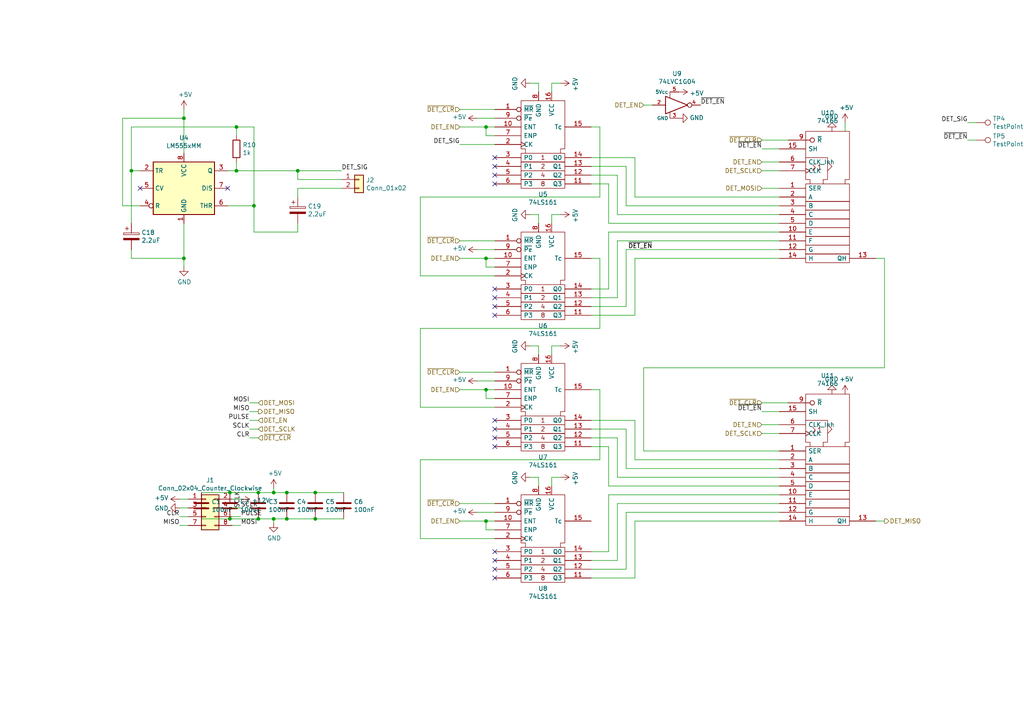
<source format=kicad_sch>
(kicad_sch (version 20200512) (host eeschema "5.99.0-unknown-ad88874~101~ubuntu20.04.1")
  (page 1 1)
  (paper "A4")
  (lib_symbols
    (symbol "74xx_IEEE:74166" (pin_names (offset 0.762))
      (property "Reference" "U" (at 8.89 17.78 0))
      (property "Value" "74166" (at 7.62 -22.86 0))
      (symbol "74166_0_0"
        (text "1" (at -2.286 6.096 0) (effects (font (size 1.524 1.524))))
        (rectangle (start -6.35 -19.05) (end -6.35 -19.05))
        (rectangle (start -6.35 -19.05) (end 6.35 -21.59))
        (rectangle (start -6.35 -16.51) (end 6.35 -19.05))
        (rectangle (start -6.35 -13.97) (end 6.35 -16.51))
        (rectangle (start -6.35 -11.43) (end 6.35 -13.97))
        (rectangle (start -6.35 -8.89) (end 6.35 -11.43))
        (rectangle (start -6.35 -6.35) (end 6.35 -8.89))
        (rectangle (start -6.35 -3.81) (end 6.35 -6.35))
        (rectangle (start -6.35 1.27) (end 6.35 -3.81))
        (polyline (pts (xy -4.318 5.08) (xy -3.556 5.842) (xy -3.556 5.842)))
        (polyline (pts (xy -4.318 6.858) (xy -3.556 6.096) (xy -4.318 5.334) (xy -4.318 5.334)))
        (polyline (pts (xy 0 7.62) (xy 1.27 6.35) (xy 0 5.08) (xy 0 5.08)))
        (polyline (pts (xy -6.35 8.89) (xy 0 8.89) (xy 0 2.54) (xy -1.27 2.54) (xy -1.27 1.27) (xy -1.27 1.27)))
        (polyline (pts (xy -5.08 1.27) (xy -5.08 2.54) (xy -6.35 2.54) (xy -6.35 16.51) (xy 6.35 16.51) (xy 6.35 2.54) (xy 5.08 2.54) (xy 5.08 1.27) (xy 5.08 1.27)))
      )
      (symbol "74166_0_1"
        (pin power_in line (at 1.27 16.51 270) (length 0) (name "GND") (number "8") hide)
      )
      (symbol "74166_1_1"
        (pin input line (at -13.97 0 0) (length 7.62) (name "SER") (number "1"))
        (pin input line (at -13.97 -12.7 0) (length 7.62) (name "E") (number "10"))
        (pin input line (at -13.97 -15.24 0) (length 7.62) (name "F") (number "11"))
        (pin input line (at -13.97 -17.78 0) (length 7.62) (name "G") (number "12"))
        (pin tri_state line (at 13.97 -20.32 180) (length 7.62) (name "QH") (number "13"))
        (pin input line (at -13.97 -20.32 0) (length 7.62) (name "H") (number "14"))
        (pin input line (at -13.97 11.43 0) (length 7.62) (name "SH") (number "15"))
        (pin power_in line (at 5.08 16.51 270) (length 0) (name "VCC") (number "16") hide)
        (pin input line (at -13.97 -2.54 0) (length 7.62) (name "A") (number "2"))
        (pin input line (at -13.97 -5.08 0) (length 7.62) (name "B") (number "3"))
        (pin input line (at -13.97 -7.62 0) (length 7.62) (name "C") (number "4"))
        (pin input line (at -13.97 -10.16 0) (length 7.62) (name "D") (number "5"))
        (pin input line (at -13.97 7.62 0) (length 7.62) (name "CLK_Inh") (number "6"))
        (pin input clock (at -13.97 5.08 0) (length 7.62) (name "CLK") (number "7"))
        (pin input inverted (at -11.43 13.97 0) (length 7.62) (name "~R") (number "9"))
      )
    )
    (symbol "Connector:TestPoint" (pin_numbers hide) (pin_names (offset 0.762) hide)
      (property "Reference" "TP" (at 0 6.858 0))
      (property "Value" "TestPoint" (at 0 5.08 0))
      (symbol "TestPoint_0_1"
        (circle (center 0 3.302) (radius 0.762))
      )
      (symbol "TestPoint_1_1"
        (pin passive line (at 0 0 90) (length 2.54) (name "1") (number "1"))
      )
    )
    (symbol "Connector_Generic:Conn_01x02" (pin_names hide)
      (property "Reference" "J" (at 0 2.54 0))
      (property "Value" "Conn_01x02" (at 0 -5.08 0))
      (symbol "Conn_01x02_1_1"
        (rectangle (start -1.27 -2.413) (end 0 -2.667))
        (rectangle (start -1.27 0.127) (end 0 -0.127))
        (rectangle (start -1.27 1.27) (end 1.27 -3.81) (stroke (width 0.254)) (fill (type background)))
        (pin passive line (at -5.08 0 0) (length 3.81) (name "Pin_1") (number "1"))
        (pin passive line (at -5.08 -2.54 0) (length 3.81) (name "Pin_2") (number "2"))
      )
    )
    (symbol "Connector_Generic:Conn_02x04_Odd_Even" (pin_names hide)
      (property "Reference" "J" (at 1.27 5.08 0))
      (property "Value" "Conn_02x04_Odd_Even" (at 1.27 -7.62 0))
      (symbol "Conn_02x04_Odd_Even_1_1"
        (rectangle (start -1.27 -4.953) (end 0 -5.207))
        (rectangle (start -1.27 -2.413) (end 0 -2.667))
        (rectangle (start -1.27 2.667) (end 0 2.413))
        (rectangle (start -1.27 3.81) (end 3.81 -6.35) (stroke (width 0.254)) (fill (type background)))
        (rectangle (start -1.27 0.127) (end 0 -0.127))
        (rectangle (start 3.81 -4.953) (end 2.54 -5.207))
        (rectangle (start 3.81 -2.413) (end 2.54 -2.667))
        (rectangle (start 3.81 2.667) (end 2.54 2.413))
        (rectangle (start 3.81 0.127) (end 2.54 -0.127))
        (pin passive line (at -5.08 2.54 0) (length 3.81) (name "Pin_1") (number "1"))
        (pin passive line (at 7.62 2.54 180) (length 3.81) (name "Pin_2") (number "2"))
        (pin passive line (at -5.08 0 0) (length 3.81) (name "Pin_3") (number "3"))
        (pin passive line (at 7.62 0 180) (length 3.81) (name "Pin_4") (number "4"))
        (pin passive line (at -5.08 -2.54 0) (length 3.81) (name "Pin_5") (number "5"))
        (pin passive line (at 7.62 -2.54 180) (length 3.81) (name "Pin_6") (number "6"))
        (pin passive line (at -5.08 -5.08 0) (length 3.81) (name "Pin_7") (number "7"))
        (pin passive line (at 7.62 -5.08 180) (length 3.81) (name "Pin_8") (number "8"))
      )
    )
    (symbol "Device:C" (pin_numbers hide) (pin_names (offset 0.254))
      (property "Reference" "C" (at 0.635 2.54 0))
      (property "Value" "C" (at 0.635 -2.54 0))
      (symbol "C_0_1"
        (polyline (pts (xy -2.032 -0.762) (xy 2.032 -0.762)) (stroke (width 0.508)))
        (polyline (pts (xy -2.032 0.762) (xy 2.032 0.762)) (stroke (width 0.508)))
      )
      (symbol "C_1_1"
        (pin passive line (at 0 3.81 270) (length 2.794) (name "~") (number "1"))
        (pin passive line (at 0 -3.81 90) (length 2.794) (name "~") (number "2"))
      )
    )
    (symbol "Device:CP" (pin_numbers hide) (pin_names (offset 0.254))
      (property "Reference" "C" (at 0.635 2.54 0))
      (property "Value" "CP" (at 0.635 -2.54 0))
      (symbol "CP_0_1"
        (rectangle (start -2.286 0.508) (end 2.286 1.016))
        (rectangle (start 2.286 -0.508) (end -2.286 -1.016) (fill (type outline)))
        (polyline (pts (xy -1.778 2.286) (xy -0.762 2.286)))
        (polyline (pts (xy -1.27 2.794) (xy -1.27 1.778)))
      )
      (symbol "CP_1_1"
        (pin passive line (at 0 3.81 270) (length 2.794) (name "~") (number "1"))
        (pin passive line (at 0 -3.81 90) (length 2.794) (name "~") (number "2"))
      )
    )
    (symbol "Device:R" (pin_numbers hide) (pin_names (offset 0))
      (property "Reference" "R" (at 2.032 0 90))
      (property "Value" "R" (at 0 0 90))
      (symbol "R_0_1"
        (rectangle (start -1.016 -2.54) (end 1.016 2.54) (stroke (width 0.254)))
      )
      (symbol "R_1_1"
        (pin passive line (at 0 3.81 270) (length 1.27) (name "~") (number "1"))
        (pin passive line (at 0 -3.81 90) (length 1.27) (name "~") (number "2"))
      )
    )
    (symbol "JBC_74XX:74LS161" (pin_names (offset 0.762))
      (property "Reference" "U" (at 8.89 13.335 0))
      (property "Value" "74LS161" (at 12.065 2.54 0))
      (symbol "74LS161_0_0"
        (text "1" (at 0 -2.54 0) (effects (font (size 1.27 1.27))))
        (text "2" (at 0 -5.08 0) (effects (font (size 1.27 1.27))))
        (text "4" (at 0 -7.62 0) (effects (font (size 1.27 1.27))))
        (text "8" (at 0 -10.16 0) (effects (font (size 1.27 1.27))))
        (rectangle (start -6.35 -8.89) (end 6.35 -11.43))
        (rectangle (start -6.35 -6.35) (end 6.35 -8.89))
        (rectangle (start -6.35 -3.81) (end 6.35 -6.35))
        (rectangle (start -6.35 -1.27) (end 6.35 -3.81))
        (polyline (pts (xy -5.08 -1.27) (xy -5.08 0) (xy -6.35 0) (xy -6.35 13.97) (xy 6.35 13.97) (xy 6.35 0) (xy 5.08 0) (xy 5.08 -1.27) (xy 5.08 -1.27)))
        (pin power_in line (at 2.54 16.51 270) (length 2.54) (name "VCC") (number "16"))
        (pin power_in line (at -1.27 16.51 270) (length 2.54) (name "GND") (number "8"))
      )
      (symbol "74LS161_1_1"
        (pin input inverted (at -13.97 11.43 0) (length 7.62) (name "~MR") (number "1"))
        (pin input line (at -13.97 6.35 0) (length 7.62) (name "ENT") (number "10"))
        (pin output line (at 13.97 -10.16 180) (length 7.62) (name "Q3") (number "11"))
        (pin output line (at 13.97 -7.62 180) (length 7.62) (name "Q2") (number "12"))
        (pin output line (at 13.97 -5.08 180) (length 7.62) (name "Q1") (number "13"))
        (pin output line (at 13.97 -2.54 180) (length 7.62) (name "Q0") (number "14"))
        (pin output line (at 13.97 6.35 180) (length 7.62) (name "Tc") (number "15"))
        (pin input clock (at -13.97 1.27 0) (length 7.62) (name "CK") (number "2"))
        (pin input line (at -13.97 -2.54 0) (length 7.62) (name "P0") (number "3"))
        (pin input line (at -13.97 -5.08 0) (length 7.62) (name "P1") (number "4"))
        (pin input line (at -13.97 -7.62 0) (length 7.62) (name "P2") (number "5"))
        (pin input line (at -13.97 -10.16 0) (length 7.62) (name "P3") (number "6"))
        (pin input line (at -13.97 3.81 0) (length 7.62) (name "ENP") (number "7"))
        (pin input inverted (at -13.97 8.89 0) (length 7.62) (name "~Pe") (number "9"))
      )
    )
    (symbol "JBC_74XX:74LVC1G04"
      (property "Reference" "U" (at -1.905 5.715 0))
      (property "Value" "74LVC1G04" (at -0.635 -6.35 0))
      (symbol "74LVC1G04_0_1"
        (polyline (pts (xy -2.54 -2.032) (xy -2.54 -3.81)))
        (polyline (pts (xy -2.54 3.81) (xy -2.54 2.032)))
        (polyline (pts (xy -3.81 2.54) (xy -3.81 -2.54) (xy 2.54 0) (xy -3.81 2.54)) (stroke (width 0.254)))
      )
      (symbol "74LVC1G04_1_1"
        (pin unconnected line (at -5.08 7.62 0) (length 2.54) (name "~") (number "1") hide)
        (pin input line (at -7.62 0 0) (length 3.81) (name "~") (number "2"))
        (pin power_in line (at 0 -3.81 180) (length 2.4892) (name "GND") (number "3"))
        (pin output inverted (at 6.35 0 180) (length 3.81) (name "~") (number "4"))
        (pin power_in line (at 0 3.81 180) (length 2.4892) (name "5Vcc") (number "5"))
      )
    )
    (symbol "Timer:LM555xMM" (pin_names (offset 0.508))
      (property "Reference" "U" (at -10.16 8.89 0))
      (property "Value" "LM555xMM" (at 2.54 8.89 0))
      (symbol "LM555xMM_0_1"
        (rectangle (start -8.89 -7.62) (end 8.89 7.62) (stroke (width 0.254)) (fill (type background)))
        (rectangle (start -8.89 -7.62) (end 8.89 7.62) (stroke (width 0.254)) (fill (type background)))
      )
      (symbol "LM555xMM_0_0"
        (pin power_in line (at 0 -10.16 90) (length 2.54) (name "GND") (number "1"))
        (pin power_in line (at 0 10.16 270) (length 2.54) (name "VCC") (number "8"))
      )
      (symbol "LM555xMM_1_1"
        (pin input line (at -12.7 5.08 0) (length 3.81) (name "TR") (number "2"))
        (pin output line (at 12.7 5.08 180) (length 3.81) (name "Q") (number "3"))
        (pin input inverted (at -12.7 -5.08 0) (length 3.81) (name "R") (number "4"))
        (pin input line (at -12.7 0 0) (length 3.81) (name "CV") (number "5"))
        (pin input line (at 12.7 -5.08 180) (length 3.81) (name "THR") (number "6"))
        (pin input line (at 12.7 0 180) (length 3.81) (name "DIS") (number "7"))
      )
    )
    (symbol "power:+12V" (power) (pin_names (offset 0))
      (property "Value" "+12V" (at 0 3.556 0))
      (symbol "+12V_0_1"
        (polyline (pts (xy -0.762 1.27) (xy 0 2.54)))
        (polyline (pts (xy 0 0) (xy 0 2.54)))
        (polyline (pts (xy 0 2.54) (xy 0.762 1.27)))
      )
      (symbol "+12V_1_1"
        (pin power_in line (at 0 0 90) (length 0) (name "+12V") (number "1") hide)
      )
    )
    (symbol "power:+5V" (power) (pin_names (offset 0))
      (property "Value" "+5V" (at 0 3.556 0))
      (symbol "+5V_0_1"
        (polyline (pts (xy -0.762 1.27) (xy 0 2.54)))
        (polyline (pts (xy 0 0) (xy 0 2.54)))
        (polyline (pts (xy 0 2.54) (xy 0.762 1.27)))
      )
      (symbol "+5V_1_1"
        (pin power_in line (at 0 0 90) (length 0) (name "+5V") (number "1") hide)
      )
    )
    (symbol "power:GND" (power) (pin_names (offset 0))
      (property "Value" "GND" (at 0 -3.81 0))
      (symbol "GND_0_1"
        (polyline (pts (xy 0 0) (xy 0 -1.27) (xy 1.27 -1.27) (xy 0 -2.54) (xy -1.27 -1.27) (xy 0 -1.27)))
      )
      (symbol "GND_1_1"
        (pin power_in line (at 0 0 270) (length 0) (name "GND") (number "1") hide)
      )
    )
  )
  (junction (at 38.1 49.53))
  (junction (at 53.34 34.29))
  (junction (at 53.34 74.93))
  (junction (at 66.675 142.875))
  (junction (at 66.675 150.495))
  (junction (at 68.58 36.83))
  (junction (at 68.58 49.53))
  (junction (at 73.66 59.69))
  (junction (at 74.93 142.875))
  (junction (at 74.93 150.495))
  (junction (at 79.375 142.875))
  (junction (at 79.375 150.495))
  (junction (at 83.185 142.875))
  (junction (at 83.185 150.495))
  (junction (at 86.36 49.53))
  (junction (at 91.44 142.875))
  (junction (at 91.44 150.495))
  (junction (at 140.97 36.83))
  (junction (at 140.97 74.93))
  (junction (at 140.97 113.03))
  (junction (at 140.97 151.13))
  (no_connect (at 143.51 165.1))
  (no_connect (at 143.51 91.44))
  (no_connect (at 143.51 53.34))
  (no_connect (at 143.51 45.72))
  (no_connect (at 143.51 86.36))
  (no_connect (at 143.51 48.26))
  (no_connect (at 143.51 162.56))
  (no_connect (at 143.51 127))
  (no_connect (at 143.51 50.8))
  (no_connect (at 40.64 54.61))
  (no_connect (at 143.51 88.9))
  (no_connect (at 143.51 124.46))
  (no_connect (at 143.51 160.02))
  (no_connect (at 143.51 121.92))
  (no_connect (at 143.51 167.64))
  (no_connect (at 66.04 54.61))
  (no_connect (at 143.51 129.54))
  (no_connect (at 143.51 83.82))
  (wire (pts (xy 35.56 34.29) (xy 35.56 59.69)))
  (wire (pts (xy 35.56 59.69) (xy 40.64 59.69)))
  (wire (pts (xy 38.1 36.83) (xy 38.1 49.53)))
  (wire (pts (xy 38.1 49.53) (xy 38.1 64.77)))
  (wire (pts (xy 38.1 49.53) (xy 40.64 49.53)))
  (wire (pts (xy 38.1 72.39) (xy 38.1 74.93)))
  (wire (pts (xy 38.1 74.93) (xy 53.34 74.93)))
  (wire (pts (xy 52.07 144.78) (xy 54.61 144.78)))
  (wire (pts (xy 52.07 147.32) (xy 54.61 147.32)))
  (wire (pts (xy 52.07 149.86) (xy 54.61 149.86)))
  (wire (pts (xy 52.07 152.4) (xy 54.61 152.4)))
  (wire (pts (xy 53.34 31.75) (xy 53.34 34.29)))
  (wire (pts (xy 53.34 34.29) (xy 35.56 34.29)))
  (wire (pts (xy 53.34 34.29) (xy 53.34 44.45)))
  (wire (pts (xy 53.34 74.93) (xy 53.34 64.77)))
  (wire (pts (xy 53.34 74.93) (xy 53.34 77.47)))
  (wire (pts (xy 58.42 142.875) (xy 66.675 142.875)))
  (wire (pts (xy 58.42 150.495) (xy 66.675 150.495)))
  (wire (pts (xy 66.04 59.69) (xy 73.66 59.69)))
  (wire (pts (xy 66.675 142.875) (xy 74.93 142.875)))
  (wire (pts (xy 66.675 150.495) (xy 74.93 150.495)))
  (wire (pts (xy 67.31 144.78) (xy 69.85 144.78)))
  (wire (pts (xy 67.31 147.32) (xy 69.85 147.32)))
  (wire (pts (xy 67.31 149.86) (xy 69.85 149.86)))
  (wire (pts (xy 67.31 152.4) (xy 69.85 152.4)))
  (wire (pts (xy 68.58 36.83) (xy 38.1 36.83)))
  (wire (pts (xy 68.58 39.37) (xy 68.58 36.83)))
  (wire (pts (xy 68.58 46.99) (xy 68.58 49.53)))
  (wire (pts (xy 68.58 49.53) (xy 66.04 49.53)))
  (wire (pts (xy 68.58 49.53) (xy 86.36 49.53)))
  (wire (pts (xy 72.39 116.84) (xy 74.93 116.84)))
  (wire (pts (xy 72.39 119.38) (xy 74.93 119.38)))
  (wire (pts (xy 72.39 121.92) (xy 74.93 121.92)))
  (wire (pts (xy 72.39 124.46) (xy 74.93 124.46)))
  (wire (pts (xy 72.39 127) (xy 74.93 127)))
  (wire (pts (xy 73.66 36.83) (xy 68.58 36.83)))
  (wire (pts (xy 73.66 59.69) (xy 73.66 36.83)))
  (wire (pts (xy 73.66 59.69) (xy 73.66 67.31)))
  (wire (pts (xy 74.93 142.875) (xy 79.375 142.875)))
  (wire (pts (xy 74.93 150.495) (xy 79.375 150.495)))
  (wire (pts (xy 79.375 141.605) (xy 79.375 142.875)))
  (wire (pts (xy 79.375 142.875) (xy 83.185 142.875)))
  (wire (pts (xy 79.375 150.495) (xy 79.375 151.765)))
  (wire (pts (xy 79.375 150.495) (xy 83.185 150.495)))
  (wire (pts (xy 83.185 142.875) (xy 91.44 142.875)))
  (wire (pts (xy 83.185 150.495) (xy 91.44 150.495)))
  (wire (pts (xy 86.36 49.53) (xy 99.06 49.53)))
  (wire (pts (xy 86.36 52.07) (xy 86.36 49.53)))
  (wire (pts (xy 86.36 54.61) (xy 99.06 54.61)))
  (wire (pts (xy 86.36 57.15) (xy 86.36 54.61)))
  (wire (pts (xy 86.36 64.77) (xy 86.36 67.31)))
  (wire (pts (xy 86.36 67.31) (xy 73.66 67.31)))
  (wire (pts (xy 91.44 142.875) (xy 99.695 142.875)))
  (wire (pts (xy 91.44 150.495) (xy 99.695 150.495)))
  (wire (pts (xy 99.06 52.07) (xy 86.36 52.07)))
  (wire (pts (xy 121.92 57.15) (xy 121.92 80.01)))
  (wire (pts (xy 121.92 80.01) (xy 143.51 80.01)))
  (wire (pts (xy 121.92 95.25) (xy 121.92 118.11)))
  (wire (pts (xy 121.92 118.11) (xy 143.51 118.11)))
  (wire (pts (xy 121.92 133.35) (xy 121.92 156.21)))
  (wire (pts (xy 121.92 156.21) (xy 143.51 156.21)))
  (wire (pts (xy 133.35 31.75) (xy 143.51 31.75)))
  (wire (pts (xy 133.35 36.83) (xy 140.97 36.83)))
  (wire (pts (xy 133.35 41.91) (xy 143.51 41.91)))
  (wire (pts (xy 133.35 69.85) (xy 143.51 69.85)))
  (wire (pts (xy 133.35 74.93) (xy 140.97 74.93)))
  (wire (pts (xy 133.35 107.95) (xy 143.51 107.95)))
  (wire (pts (xy 133.35 113.03) (xy 140.97 113.03)))
  (wire (pts (xy 133.35 146.05) (xy 143.51 146.05)))
  (wire (pts (xy 133.35 151.13) (xy 140.97 151.13)))
  (wire (pts (xy 138.43 34.29) (xy 143.51 34.29)))
  (wire (pts (xy 138.43 72.39) (xy 143.51 72.39)))
  (wire (pts (xy 138.43 110.49) (xy 143.51 110.49)))
  (wire (pts (xy 138.43 148.59) (xy 143.51 148.59)))
  (wire (pts (xy 140.97 36.83) (xy 143.51 36.83)))
  (wire (pts (xy 140.97 39.37) (xy 140.97 36.83)))
  (wire (pts (xy 140.97 74.93) (xy 143.51 74.93)))
  (wire (pts (xy 140.97 77.47) (xy 140.97 74.93)))
  (wire (pts (xy 140.97 113.03) (xy 143.51 113.03)))
  (wire (pts (xy 140.97 115.57) (xy 140.97 113.03)))
  (wire (pts (xy 140.97 151.13) (xy 143.51 151.13)))
  (wire (pts (xy 140.97 153.67) (xy 140.97 151.13)))
  (wire (pts (xy 143.51 39.37) (xy 140.97 39.37)))
  (wire (pts (xy 143.51 77.47) (xy 140.97 77.47)))
  (wire (pts (xy 143.51 115.57) (xy 140.97 115.57)))
  (wire (pts (xy 143.51 153.67) (xy 140.97 153.67)))
  (wire (pts (xy 153.67 24.13) (xy 156.21 24.13)))
  (wire (pts (xy 153.67 62.23) (xy 156.21 62.23)))
  (wire (pts (xy 153.67 100.33) (xy 156.21 100.33)))
  (wire (pts (xy 153.67 138.43) (xy 156.21 138.43)))
  (wire (pts (xy 156.21 24.13) (xy 156.21 26.67)))
  (wire (pts (xy 156.21 62.23) (xy 156.21 64.77)))
  (wire (pts (xy 156.21 100.33) (xy 156.21 102.87)))
  (wire (pts (xy 156.21 138.43) (xy 156.21 140.97)))
  (wire (pts (xy 160.02 24.13) (xy 160.02 26.67)))
  (wire (pts (xy 160.02 62.23) (xy 160.02 64.77)))
  (wire (pts (xy 160.02 100.33) (xy 160.02 102.87)))
  (wire (pts (xy 160.02 138.43) (xy 160.02 140.97)))
  (wire (pts (xy 162.56 24.13) (xy 160.02 24.13)))
  (wire (pts (xy 162.56 62.23) (xy 160.02 62.23)))
  (wire (pts (xy 162.56 100.33) (xy 160.02 100.33)))
  (wire (pts (xy 162.56 138.43) (xy 160.02 138.43)))
  (wire (pts (xy 171.45 36.83) (xy 173.99 36.83)))
  (wire (pts (xy 171.45 45.72) (xy 184.15 45.72)))
  (wire (pts (xy 171.45 48.26) (xy 181.61 48.26)))
  (wire (pts (xy 171.45 50.8) (xy 179.07 50.8)))
  (wire (pts (xy 171.45 74.93) (xy 173.99 74.93)))
  (wire (pts (xy 171.45 86.36) (xy 179.07 86.36)))
  (wire (pts (xy 171.45 88.9) (xy 181.61 88.9)))
  (wire (pts (xy 171.45 113.03) (xy 173.99 113.03)))
  (wire (pts (xy 171.45 121.92) (xy 184.15 121.92)))
  (wire (pts (xy 171.45 124.46) (xy 181.61 124.46)))
  (wire (pts (xy 171.45 127) (xy 179.07 127)))
  (wire (pts (xy 171.45 162.56) (xy 179.07 162.56)))
  (wire (pts (xy 171.45 165.1) (xy 181.61 165.1)))
  (wire (pts (xy 173.99 36.83) (xy 173.99 57.15)))
  (wire (pts (xy 173.99 57.15) (xy 121.92 57.15)))
  (wire (pts (xy 173.99 74.93) (xy 173.99 95.25)))
  (wire (pts (xy 173.99 95.25) (xy 121.92 95.25)))
  (wire (pts (xy 173.99 113.03) (xy 173.99 133.35)))
  (wire (pts (xy 173.99 133.35) (xy 121.92 133.35)))
  (wire (pts (xy 176.53 53.34) (xy 171.45 53.34)))
  (wire (pts (xy 176.53 64.77) (xy 176.53 53.34)))
  (wire (pts (xy 176.53 64.77) (xy 226.06 64.77)))
  (wire (pts (xy 176.53 67.31) (xy 176.53 83.82)))
  (wire (pts (xy 176.53 67.31) (xy 226.06 67.31)))
  (wire (pts (xy 176.53 83.82) (xy 171.45 83.82)))
  (wire (pts (xy 176.53 129.54) (xy 171.45 129.54)))
  (wire (pts (xy 176.53 140.97) (xy 176.53 129.54)))
  (wire (pts (xy 176.53 140.97) (xy 226.06 140.97)))
  (wire (pts (xy 176.53 143.51) (xy 176.53 160.02)))
  (wire (pts (xy 176.53 143.51) (xy 226.06 143.51)))
  (wire (pts (xy 176.53 160.02) (xy 171.45 160.02)))
  (wire (pts (xy 179.07 50.8) (xy 179.07 62.23)))
  (wire (pts (xy 179.07 62.23) (xy 226.06 62.23)))
  (wire (pts (xy 179.07 69.85) (xy 226.06 69.85)))
  (wire (pts (xy 179.07 86.36) (xy 179.07 69.85)))
  (wire (pts (xy 179.07 127) (xy 179.07 138.43)))
  (wire (pts (xy 179.07 138.43) (xy 226.06 138.43)))
  (wire (pts (xy 179.07 146.05) (xy 226.06 146.05)))
  (wire (pts (xy 179.07 162.56) (xy 179.07 146.05)))
  (wire (pts (xy 181.61 59.69) (xy 181.61 48.26)))
  (wire (pts (xy 181.61 59.69) (xy 226.06 59.69)))
  (wire (pts (xy 181.61 72.39) (xy 226.06 72.39)))
  (wire (pts (xy 181.61 88.9) (xy 181.61 72.39)))
  (wire (pts (xy 181.61 135.89) (xy 181.61 124.46)))
  (wire (pts (xy 181.61 135.89) (xy 226.06 135.89)))
  (wire (pts (xy 181.61 148.59) (xy 226.06 148.59)))
  (wire (pts (xy 181.61 165.1) (xy 181.61 148.59)))
  (wire (pts (xy 184.15 45.72) (xy 184.15 57.15)))
  (wire (pts (xy 184.15 57.15) (xy 226.06 57.15)))
  (wire (pts (xy 184.15 74.93) (xy 184.15 91.44)))
  (wire (pts (xy 184.15 74.93) (xy 226.06 74.93)))
  (wire (pts (xy 184.15 91.44) (xy 171.45 91.44)))
  (wire (pts (xy 184.15 121.92) (xy 184.15 133.35)))
  (wire (pts (xy 184.15 133.35) (xy 226.06 133.35)))
  (wire (pts (xy 184.15 151.13) (xy 184.15 167.64)))
  (wire (pts (xy 184.15 151.13) (xy 226.06 151.13)))
  (wire (pts (xy 184.15 167.64) (xy 171.45 167.64)))
  (wire (pts (xy 186.69 30.48) (xy 189.23 30.48)))
  (wire (pts (xy 186.69 130.81) (xy 186.69 106.68)))
  (wire (pts (xy 186.69 130.81) (xy 226.06 130.81)))
  (wire (pts (xy 220.98 40.64) (xy 228.6 40.64)))
  (wire (pts (xy 220.98 43.18) (xy 226.06 43.18)))
  (wire (pts (xy 220.98 46.99) (xy 226.06 46.99)))
  (wire (pts (xy 220.98 49.53) (xy 226.06 49.53)))
  (wire (pts (xy 220.98 54.61) (xy 226.06 54.61)))
  (wire (pts (xy 220.98 116.84) (xy 228.6 116.84)))
  (wire (pts (xy 220.98 119.38) (xy 226.06 119.38)))
  (wire (pts (xy 220.98 123.19) (xy 226.06 123.19)))
  (wire (pts (xy 220.98 125.73) (xy 226.06 125.73)))
  (wire (pts (xy 245.11 35.56) (xy 245.11 38.1)))
  (wire (pts (xy 254 74.93) (xy 256.54 74.93)))
  (wire (pts (xy 254 151.13) (xy 256.54 151.13)))
  (wire (pts (xy 256.54 74.93) (xy 256.54 106.68)))
  (wire (pts (xy 256.54 106.68) (xy 186.69 106.68)))
  (wire (pts (xy 280.67 35.56) (xy 283.21 35.56)))
  (wire (pts (xy 280.67 40.64) (xy 283.21 40.64)))
  (label "CLR" (at 52.07 149.86 180))
  (label "MISO" (at 52.07 152.4 180))
  (label "SCLK" (at 69.85 147.32 0))
  (label "SCLK" (at 69.85 147.32 90))
  (label "PULSE" (at 69.85 149.86 0))
  (label "MOSI" (at 69.85 152.4 0))
  (label "MOSI" (at 72.39 116.84 180))
  (label "MISO" (at 72.39 119.38 180))
  (label "PULSE" (at 72.39 121.92 180))
  (label "SCLK" (at 72.39 124.46 180))
  (label "CLR" (at 72.39 127 180))
  (label "DET_SIG" (at 99.06 49.53 0))
  (label "DET_SIG" (at 133.35 41.91 180))
  (label "~DET_EN" (at 189.23 72.39 180))
  (label "~DET_EN" (at 189.23 72.39 180))
  (label "~DET_EN" (at 203.2 30.48 0))
  (label "~DET_EN" (at 220.98 43.18 180))
  (label "~DET_EN" (at 220.98 119.38 180))
  (label "DET_SIG" (at 280.67 35.56 180))
  (label "~DET_EN" (at 280.67 40.64 180))
  (hierarchical_label "DET_MOSI" (shape input) (at 74.93 116.84 0))
  (hierarchical_label "DET_MISO" (shape output) (at 74.93 119.38 0))
  (hierarchical_label "DET_EN" (shape input) (at 74.93 121.92 0))
  (hierarchical_label "DET_SCLK" (shape input) (at 74.93 124.46 0))
  (hierarchical_label "~DET_CLR" (shape input) (at 74.93 127 0))
  (hierarchical_label "~DET_CLR" (shape input) (at 133.35 31.75 180))
  (hierarchical_label "DET_EN" (shape input) (at 133.35 36.83 180))
  (hierarchical_label "~DET_CLR" (shape input) (at 133.35 69.85 180))
  (hierarchical_label "DET_EN" (shape input) (at 133.35 74.93 180))
  (hierarchical_label "~DET_CLR" (shape input) (at 133.35 107.95 180))
  (hierarchical_label "DET_EN" (shape input) (at 133.35 113.03 180))
  (hierarchical_label "~DET_CLR" (shape input) (at 133.35 146.05 180))
  (hierarchical_label "DET_EN" (shape input) (at 133.35 151.13 180))
  (hierarchical_label "DET_EN" (shape input) (at 186.69 30.48 180))
  (hierarchical_label "~DET_CLR" (shape input) (at 220.98 40.64 180))
  (hierarchical_label "DET_EN" (shape input) (at 220.98 46.99 180))
  (hierarchical_label "DET_SCLK" (shape input) (at 220.98 49.53 180))
  (hierarchical_label "DET_MOSI" (shape input) (at 220.98 54.61 180))
  (hierarchical_label "~DET_CLR" (shape input) (at 220.98 116.84 180))
  (hierarchical_label "DET_EN" (shape input) (at 220.98 123.19 180))
  (hierarchical_label "DET_SCLK" (shape input) (at 220.98 125.73 180))
  (hierarchical_label "DET_MISO" (shape output) (at 256.54 151.13 0))
  (symbol (lib_id "Connector:TestPoint") (at 283.21 35.56 270) (unit 1)
    (property "Reference" "TP4" (at 287.909 34.417 90) (effects (justify left)))
    (property "Value" "TestPoint" (at 287.909 36.703 90) (effects (justify left)))
    (property "Footprint" "TestPoint:TestPoint_Pad_D1.0mm" (effects hide))
  )
  (symbol (lib_id "Connector:TestPoint") (at 283.21 40.64 270) (unit 1)
    (property "Reference" "TP5" (at 287.909 39.497 90) (effects (justify left)))
    (property "Value" "TestPoint" (at 287.909 41.783 90) (effects (justify left)))
    (property "Footprint" "TestPoint:TestPoint_Pad_D1.0mm" (effects hide))
  )
  (symbol (lib_id "power:+5V") (at 52.07 144.78 90) (unit 1)
    (property "Reference" "#PWR0102" (effects hide))
    (property "Value" "+5V" (at 48.895 144.4117 90) (effects (justify left)))
  )
  (symbol (lib_id "power:+5V") (at 53.34 31.75 0) (unit 1)
    (property "Reference" "#PWR014" (effects hide))
    (property "Value" "+5V" (at 53.721 27.432 0))
  )
  (symbol (lib_id "power:+12V") (at 69.85 144.78 270) (unit 1)
    (property "Reference" "#PWR0101" (effects hide))
    (property "Value" "+12V" (at 73.0251 145.1483 90) (effects (justify left)))
  )
  (symbol (lib_id "power:+5V") (at 79.375 141.605 0) (unit 1)
    (property "Reference" "#PWR0104" (effects hide))
    (property "Value" "+5V" (at 79.756 137.287 0))
  )
  (symbol (lib_id "power:+5V") (at 138.43 34.29 90) (unit 1)
    (property "Reference" "#PWR016" (effects hide))
    (property "Value" "+5V" (at 135.255 33.909 90) (effects (justify left)))
  )
  (symbol (lib_id "power:+5V") (at 138.43 72.39 90) (unit 1)
    (property "Reference" "#PWR017" (effects hide))
    (property "Value" "+5V" (at 135.255 72.009 90) (effects (justify left)))
  )
  (symbol (lib_id "power:+5V") (at 138.43 110.49 90) (unit 1)
    (property "Reference" "#PWR018" (effects hide))
    (property "Value" "+5V" (at 135.255 110.109 90) (effects (justify left)))
  )
  (symbol (lib_id "power:+5V") (at 138.43 148.59 90) (unit 1)
    (property "Reference" "#PWR019" (effects hide))
    (property "Value" "+5V" (at 135.255 148.209 90) (effects (justify left)))
  )
  (symbol (lib_id "power:+5V") (at 162.56 24.13 270) (unit 1)
    (property "Reference" "#PWR024" (effects hide))
    (property "Value" "+5V" (at 166.878 24.511 0))
  )
  (symbol (lib_id "power:+5V") (at 162.56 62.23 270) (unit 1)
    (property "Reference" "#PWR025" (effects hide))
    (property "Value" "+5V" (at 166.878 62.611 0))
  )
  (symbol (lib_id "power:+5V") (at 162.56 100.33 270) (unit 1)
    (property "Reference" "#PWR026" (effects hide))
    (property "Value" "+5V" (at 166.878 100.711 0))
  )
  (symbol (lib_id "power:+5V") (at 162.56 138.43 270) (unit 1)
    (property "Reference" "#PWR027" (effects hide))
    (property "Value" "+5V" (at 166.878 138.811 0))
  )
  (symbol (lib_id "power:+5V") (at 196.85 26.67 270) (unit 1)
    (property "Reference" "#PWR032" (effects hide))
    (property "Value" "+5V" (at 200.025 27.051 90) (effects (justify left)))
  )
  (symbol (lib_id "power:+5V") (at 245.11 35.56 0) (unit 1)
    (property "Reference" "#PWR0123" (effects hide))
    (property "Value" "+5V" (at 245.491 31.242 0))
  )
  (symbol (lib_id "power:+5V") (at 245.11 114.3 0) (unit 1)
    (property "Reference" "#PWR0125" (effects hide))
    (property "Value" "+5V" (at 245.491 109.982 0))
  )
  (symbol (lib_id "power:GND") (at 52.07 147.32 270) (unit 1)
    (property "Reference" "#PWR0103" (effects hide))
    (property "Value" "GND" (at 48.895 147.4343 90) (effects (justify right)))
  )
  (symbol (lib_id "power:GND") (at 53.34 77.47 0) (unit 1)
    (property "Reference" "#PWR015" (effects hide))
    (property "Value" "GND" (at 53.467 81.788 0))
  )
  (symbol (lib_id "power:GND") (at 79.375 151.765 0) (unit 1)
    (property "Reference" "#PWR0105" (effects hide))
    (property "Value" "GND" (at 79.502 156.083 0))
  )
  (symbol (lib_id "power:GND") (at 153.67 24.13 270) (unit 1)
    (property "Reference" "#PWR020" (effects hide))
    (property "Value" "GND" (at 149.352 24.257 0))
  )
  (symbol (lib_id "power:GND") (at 153.67 62.23 270) (unit 1)
    (property "Reference" "#PWR021" (effects hide))
    (property "Value" "GND" (at 149.352 62.357 0))
  )
  (symbol (lib_id "power:GND") (at 153.67 100.33 270) (unit 1)
    (property "Reference" "#PWR022" (effects hide))
    (property "Value" "GND" (at 149.352 100.457 0))
  )
  (symbol (lib_id "power:GND") (at 153.67 138.43 270) (unit 1)
    (property "Reference" "#PWR023" (effects hide))
    (property "Value" "GND" (at 149.352 138.557 0))
  )
  (symbol (lib_id "power:GND") (at 196.85 34.29 90) (unit 1)
    (property "Reference" "#PWR033" (effects hide))
    (property "Value" "GND" (at 200.025 34.163 90) (effects (justify right)))
  )
  (symbol (lib_id "power:GND") (at 241.3 38.1 180) (unit 1)
    (property "Reference" "#PWR0122" (effects hide))
    (property "Value" "GND" (at 241.173 33.782 0))
  )
  (symbol (lib_id "power:GND") (at 241.3 114.3 180) (unit 1)
    (property "Reference" "#PWR0124" (effects hide))
    (property "Value" "GND" (at 241.173 109.982 0))
  )
  (symbol (lib_id "Device:R") (at 68.58 43.18 0) (unit 1)
    (property "Reference" "R10" (at 70.358 42.037 0) (effects (justify left)))
    (property "Value" "1k" (at 70.358 44.323 0) (effects (justify left)))
    (property "Footprint" "Resistor_SMD:R_0603_1608Metric" (effects hide))
  )
  (symbol (lib_id "Connector_Generic:Conn_01x02") (at 104.14 52.07 0) (unit 1)
    (property "Reference" "J2" (at 106.1721 52.2414 0) (effects (justify left)))
    (property "Value" "Conn_01x02" (at 106.1721 54.5401 0) (effects (justify left)))
    (property "Footprint" "TerminalBlock:TerminalBlock_bornier-2_P5.08mm" (effects hide))
  )
  (symbol (lib_id "Device:CP") (at 38.1 68.58 0) (unit 1)
    (property "Reference" "C18" (at 41.021 67.437 0) (effects (justify left)))
    (property "Value" "2.2uF" (at 41.021 69.723 0) (effects (justify left)))
    (property "Footprint" "Capacitor_SMD:C_0603_1608Metric" (effects hide))
  )
  (symbol (lib_id "Device:C") (at 58.42 146.685 0) (unit 1)
    (property "Reference" "C1" (at 61.3411 145.5356 0) (effects (justify left)))
    (property "Value" "100nF" (at 61.341 147.834 0) (effects (justify left)))
    (property "Footprint" "Capacitor_SMD:C_0603_1608Metric" (effects hide))
  )
  (symbol (lib_id "Device:C") (at 66.675 146.685 0) (unit 1)
    (property "Reference" "C2" (at 69.5961 145.5356 0) (effects (justify left)))
    (property "Value" "100nF" (at 69.596 147.834 0) (effects (justify left)))
    (property "Footprint" "Capacitor_SMD:C_0603_1608Metric" (effects hide))
  )
  (symbol (lib_id "Device:C") (at 74.93 146.685 0) (unit 1)
    (property "Reference" "C3" (at 77.851 145.536 0) (effects (justify left)))
    (property "Value" "100nF" (at 77.851 147.834 0) (effects (justify left)))
    (property "Footprint" "Capacitor_SMD:C_0603_1608Metric" (effects hide))
  )
  (symbol (lib_id "Device:C") (at 83.185 146.685 0) (unit 1)
    (property "Reference" "C4" (at 86.106 145.536 0) (effects (justify left)))
    (property "Value" "100nF" (at 86.106 147.834 0) (effects (justify left)))
    (property "Footprint" "Capacitor_SMD:C_0603_1608Metric" (effects hide))
  )
  (symbol (lib_id "Device:CP") (at 86.36 60.96 0) (unit 1)
    (property "Reference" "C19" (at 89.281 59.817 0) (effects (justify left)))
    (property "Value" "2.2uF" (at 89.281 62.103 0) (effects (justify left)))
    (property "Footprint" "Capacitor_SMD:C_0603_1608Metric" (effects hide))
  )
  (symbol (lib_id "Device:C") (at 91.44 146.685 0) (unit 1)
    (property "Reference" "C5" (at 94.361 145.536 0) (effects (justify left)))
    (property "Value" "100nF" (at 94.361 147.834 0) (effects (justify left)))
    (property "Footprint" "Capacitor_SMD:C_0603_1608Metric" (effects hide))
  )
  (symbol (lib_id "Device:C") (at 99.695 146.685 0) (unit 1)
    (property "Reference" "C6" (at 102.616 145.536 0) (effects (justify left)))
    (property "Value" "100nF" (at 102.616 147.834 0) (effects (justify left)))
    (property "Footprint" "Capacitor_SMD:C_0603_1608Metric" (effects hide))
  )
  (symbol (lib_id "Connector_Generic:Conn_02x04_Odd_Even") (at 59.69 147.32 0) (unit 1)
    (property "Reference" "J1" (at 60.96 139.2936 0))
    (property "Value" "Conn_02x04_Counter_Clockwise" (at 60.96 141.605 0))
    (property "Footprint" "JBC_mechanical:jbc" (effects hide))
  )
  (symbol (lib_id "JBC_74XX:74LVC1G04") (at 196.85 30.48 0) (unit 1)
    (property "Reference" "U9" (at 196.3674 21.3614 0))
    (property "Value" "74LVC1G04" (at 196.3674 23.6728 0))
    (property "Footprint" "Package_SO:TSOP-5_1.65x3.05mm_P0.95mm" (effects hide))
    (property "Datasheet" "http://www.ti.com/lit/sg/scyt129e/scyt129e.pdf" (effects hide))
  )
  (symbol (lib_id "Timer:LM555xMM") (at 53.34 54.61 0) (unit 1)
    (property "Reference" "U4" (at 53.34 39.9796 0))
    (property "Value" "LM555xMM" (at 53.34 42.291 0))
    (property "Footprint" "Package_SO:VSSOP-8_3.0x3.0mm_P0.65mm" (effects hide))
    (property "Datasheet" "http://www.ti.com/lit/ds/symlink/lm555.pdf" (effects hide))
  )
  (symbol (lib_id "JBC_74XX:74LS161") (at 157.48 43.18 0) (unit 1)
    (property "Reference" "U5" (at 157.48 56.388 0))
    (property "Value" "74LS161" (at 157.48 58.6994 0))
    (property "Footprint" "Package_SO:SOP-16_4.55x10.3mm_P1.27mm" (effects hide))
  )
  (symbol (lib_id "JBC_74XX:74LS161") (at 157.48 81.28 0) (unit 1)
    (property "Reference" "U6" (at 157.48 94.488 0))
    (property "Value" "74LS161" (at 157.48 96.7994 0))
    (property "Footprint" "Package_SO:SOP-16_4.55x10.3mm_P1.27mm" (effects hide))
  )
  (symbol (lib_id "JBC_74XX:74LS161") (at 157.48 119.38 0) (unit 1)
    (property "Reference" "U7" (at 157.48 132.588 0))
    (property "Value" "74LS161" (at 157.48 134.8994 0))
    (property "Footprint" "Package_SO:SOP-16_4.55x10.3mm_P1.27mm" (effects hide))
  )
  (symbol (lib_id "JBC_74XX:74LS161") (at 157.48 157.48 0) (unit 1)
    (property "Reference" "U8" (at 157.48 170.688 0))
    (property "Value" "74LS161" (at 157.48 172.9994 0))
    (property "Footprint" "Package_SO:SOP-16_4.55x10.3mm_P1.27mm" (effects hide))
  )
  (symbol (lib_id "74xx_IEEE:74166") (at 240.03 54.61 0) (unit 1)
    (property "Reference" "U10" (at 240.03 32.7406 0))
    (property "Value" "74166" (at 240.03 35.052 0))
    (property "Footprint" "Package_SO:SOP-16_4.55x10.3mm_P1.27mm" (effects hide))
  )
  (symbol (lib_id "74xx_IEEE:74166") (at 240.03 130.81 0) (unit 1)
    (property "Reference" "U11" (at 240.03 108.9406 0))
    (property "Value" "74166" (at 240.03 111.252 0))
    (property "Footprint" "Package_SO:SOP-16_4.55x10.3mm_P1.27mm" (effects hide))
  )
)
</source>
